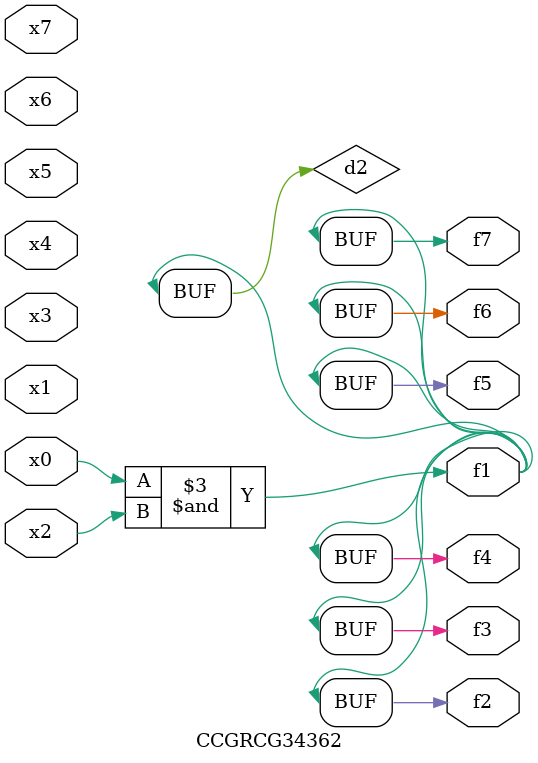
<source format=v>
module CCGRCG34362(
	input x0, x1, x2, x3, x4, x5, x6, x7,
	output f1, f2, f3, f4, f5, f6, f7
);

	wire d1, d2;

	nor (d1, x3, x6);
	and (d2, x0, x2);
	assign f1 = d2;
	assign f2 = d2;
	assign f3 = d2;
	assign f4 = d2;
	assign f5 = d2;
	assign f6 = d2;
	assign f7 = d2;
endmodule

</source>
